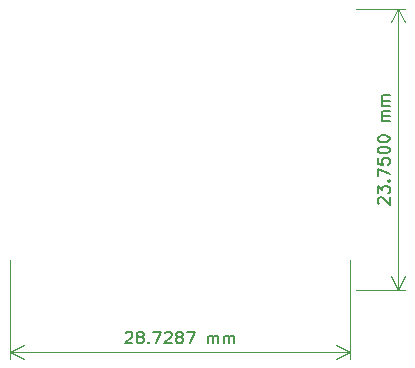
<source format=gbr>
%TF.GenerationSoftware,KiCad,Pcbnew,8.99.0-2194-gb3b7cbcab2*%
%TF.CreationDate,2024-11-16T00:43:09-05:00*%
%TF.ProjectId,minifoc esc,6d696e69-666f-4632-9065-73632e6b6963,V1.0*%
%TF.SameCoordinates,Original*%
%TF.FileFunction,Other,Comment*%
%FSLAX46Y46*%
G04 Gerber Fmt 4.6, Leading zero omitted, Abs format (unit mm)*
G04 Created by KiCad (PCBNEW 8.99.0-2194-gb3b7cbcab2) date 2024-11-16 00:43:09*
%MOMM*%
%LPD*%
G01*
G04 APERTURE LIST*
%ADD10C,0.150000*%
%ADD11C,0.100000*%
G04 APERTURE END LIST*
D10*
X164900057Y-106524046D02*
X164852438Y-106476427D01*
X164852438Y-106476427D02*
X164804819Y-106381189D01*
X164804819Y-106381189D02*
X164804819Y-106143094D01*
X164804819Y-106143094D02*
X164852438Y-106047856D01*
X164852438Y-106047856D02*
X164900057Y-106000237D01*
X164900057Y-106000237D02*
X164995295Y-105952618D01*
X164995295Y-105952618D02*
X165090533Y-105952618D01*
X165090533Y-105952618D02*
X165233390Y-106000237D01*
X165233390Y-106000237D02*
X165804819Y-106571665D01*
X165804819Y-106571665D02*
X165804819Y-105952618D01*
X164804819Y-105619284D02*
X164804819Y-105000237D01*
X164804819Y-105000237D02*
X165185771Y-105333570D01*
X165185771Y-105333570D02*
X165185771Y-105190713D01*
X165185771Y-105190713D02*
X165233390Y-105095475D01*
X165233390Y-105095475D02*
X165281009Y-105047856D01*
X165281009Y-105047856D02*
X165376247Y-105000237D01*
X165376247Y-105000237D02*
X165614342Y-105000237D01*
X165614342Y-105000237D02*
X165709580Y-105047856D01*
X165709580Y-105047856D02*
X165757200Y-105095475D01*
X165757200Y-105095475D02*
X165804819Y-105190713D01*
X165804819Y-105190713D02*
X165804819Y-105476427D01*
X165804819Y-105476427D02*
X165757200Y-105571665D01*
X165757200Y-105571665D02*
X165709580Y-105619284D01*
X165709580Y-104571665D02*
X165757200Y-104524046D01*
X165757200Y-104524046D02*
X165804819Y-104571665D01*
X165804819Y-104571665D02*
X165757200Y-104619284D01*
X165757200Y-104619284D02*
X165709580Y-104571665D01*
X165709580Y-104571665D02*
X165804819Y-104571665D01*
X164804819Y-104190713D02*
X164804819Y-103524047D01*
X164804819Y-103524047D02*
X165804819Y-103952618D01*
X164804819Y-102666904D02*
X164804819Y-103143094D01*
X164804819Y-103143094D02*
X165281009Y-103190713D01*
X165281009Y-103190713D02*
X165233390Y-103143094D01*
X165233390Y-103143094D02*
X165185771Y-103047856D01*
X165185771Y-103047856D02*
X165185771Y-102809761D01*
X165185771Y-102809761D02*
X165233390Y-102714523D01*
X165233390Y-102714523D02*
X165281009Y-102666904D01*
X165281009Y-102666904D02*
X165376247Y-102619285D01*
X165376247Y-102619285D02*
X165614342Y-102619285D01*
X165614342Y-102619285D02*
X165709580Y-102666904D01*
X165709580Y-102666904D02*
X165757200Y-102714523D01*
X165757200Y-102714523D02*
X165804819Y-102809761D01*
X165804819Y-102809761D02*
X165804819Y-103047856D01*
X165804819Y-103047856D02*
X165757200Y-103143094D01*
X165757200Y-103143094D02*
X165709580Y-103190713D01*
X164804819Y-102000237D02*
X164804819Y-101904999D01*
X164804819Y-101904999D02*
X164852438Y-101809761D01*
X164852438Y-101809761D02*
X164900057Y-101762142D01*
X164900057Y-101762142D02*
X164995295Y-101714523D01*
X164995295Y-101714523D02*
X165185771Y-101666904D01*
X165185771Y-101666904D02*
X165423866Y-101666904D01*
X165423866Y-101666904D02*
X165614342Y-101714523D01*
X165614342Y-101714523D02*
X165709580Y-101762142D01*
X165709580Y-101762142D02*
X165757200Y-101809761D01*
X165757200Y-101809761D02*
X165804819Y-101904999D01*
X165804819Y-101904999D02*
X165804819Y-102000237D01*
X165804819Y-102000237D02*
X165757200Y-102095475D01*
X165757200Y-102095475D02*
X165709580Y-102143094D01*
X165709580Y-102143094D02*
X165614342Y-102190713D01*
X165614342Y-102190713D02*
X165423866Y-102238332D01*
X165423866Y-102238332D02*
X165185771Y-102238332D01*
X165185771Y-102238332D02*
X164995295Y-102190713D01*
X164995295Y-102190713D02*
X164900057Y-102143094D01*
X164900057Y-102143094D02*
X164852438Y-102095475D01*
X164852438Y-102095475D02*
X164804819Y-102000237D01*
X164804819Y-101047856D02*
X164804819Y-100952618D01*
X164804819Y-100952618D02*
X164852438Y-100857380D01*
X164852438Y-100857380D02*
X164900057Y-100809761D01*
X164900057Y-100809761D02*
X164995295Y-100762142D01*
X164995295Y-100762142D02*
X165185771Y-100714523D01*
X165185771Y-100714523D02*
X165423866Y-100714523D01*
X165423866Y-100714523D02*
X165614342Y-100762142D01*
X165614342Y-100762142D02*
X165709580Y-100809761D01*
X165709580Y-100809761D02*
X165757200Y-100857380D01*
X165757200Y-100857380D02*
X165804819Y-100952618D01*
X165804819Y-100952618D02*
X165804819Y-101047856D01*
X165804819Y-101047856D02*
X165757200Y-101143094D01*
X165757200Y-101143094D02*
X165709580Y-101190713D01*
X165709580Y-101190713D02*
X165614342Y-101238332D01*
X165614342Y-101238332D02*
X165423866Y-101285951D01*
X165423866Y-101285951D02*
X165185771Y-101285951D01*
X165185771Y-101285951D02*
X164995295Y-101238332D01*
X164995295Y-101238332D02*
X164900057Y-101190713D01*
X164900057Y-101190713D02*
X164852438Y-101143094D01*
X164852438Y-101143094D02*
X164804819Y-101047856D01*
X165804819Y-99524046D02*
X165138152Y-99524046D01*
X165233390Y-99524046D02*
X165185771Y-99476427D01*
X165185771Y-99476427D02*
X165138152Y-99381189D01*
X165138152Y-99381189D02*
X165138152Y-99238332D01*
X165138152Y-99238332D02*
X165185771Y-99143094D01*
X165185771Y-99143094D02*
X165281009Y-99095475D01*
X165281009Y-99095475D02*
X165804819Y-99095475D01*
X165281009Y-99095475D02*
X165185771Y-99047856D01*
X165185771Y-99047856D02*
X165138152Y-98952618D01*
X165138152Y-98952618D02*
X165138152Y-98809761D01*
X165138152Y-98809761D02*
X165185771Y-98714522D01*
X165185771Y-98714522D02*
X165281009Y-98666903D01*
X165281009Y-98666903D02*
X165804819Y-98666903D01*
X165804819Y-98190713D02*
X165138152Y-98190713D01*
X165233390Y-98190713D02*
X165185771Y-98143094D01*
X165185771Y-98143094D02*
X165138152Y-98047856D01*
X165138152Y-98047856D02*
X165138152Y-97904999D01*
X165138152Y-97904999D02*
X165185771Y-97809761D01*
X165185771Y-97809761D02*
X165281009Y-97762142D01*
X165281009Y-97762142D02*
X165804819Y-97762142D01*
X165281009Y-97762142D02*
X165185771Y-97714523D01*
X165185771Y-97714523D02*
X165138152Y-97619285D01*
X165138152Y-97619285D02*
X165138152Y-97476428D01*
X165138152Y-97476428D02*
X165185771Y-97381189D01*
X165185771Y-97381189D02*
X165281009Y-97333570D01*
X165281009Y-97333570D02*
X165804819Y-97333570D01*
D11*
X162940000Y-90030000D02*
X167086420Y-90030000D01*
X167086420Y-113780000D02*
X162940000Y-113780000D01*
X166500000Y-90030000D02*
X166500000Y-113780000D01*
X166500000Y-90030000D02*
X166500000Y-113780000D01*
X166500000Y-90030000D02*
X167086421Y-91156504D01*
X166500000Y-90030000D02*
X165913579Y-91156504D01*
X166500000Y-113780000D02*
X165913579Y-112653496D01*
X166500000Y-113780000D02*
X167086421Y-112653496D01*
X166500000Y-90030000D02*
X166500000Y-113780000D01*
X166500000Y-90030000D02*
X166500000Y-113780000D01*
X166500000Y-90030000D02*
X167086421Y-91156504D01*
X166500000Y-90030000D02*
X165913579Y-91156504D01*
X166500000Y-113780000D02*
X165913579Y-112653496D01*
X166500000Y-113780000D02*
X167086421Y-112653496D01*
D10*
X143456613Y-117430057D02*
X143504232Y-117382438D01*
X143504232Y-117382438D02*
X143599470Y-117334819D01*
X143599470Y-117334819D02*
X143837565Y-117334819D01*
X143837565Y-117334819D02*
X143932803Y-117382438D01*
X143932803Y-117382438D02*
X143980422Y-117430057D01*
X143980422Y-117430057D02*
X144028041Y-117525295D01*
X144028041Y-117525295D02*
X144028041Y-117620533D01*
X144028041Y-117620533D02*
X143980422Y-117763390D01*
X143980422Y-117763390D02*
X143408994Y-118334819D01*
X143408994Y-118334819D02*
X144028041Y-118334819D01*
X144599470Y-117763390D02*
X144504232Y-117715771D01*
X144504232Y-117715771D02*
X144456613Y-117668152D01*
X144456613Y-117668152D02*
X144408994Y-117572914D01*
X144408994Y-117572914D02*
X144408994Y-117525295D01*
X144408994Y-117525295D02*
X144456613Y-117430057D01*
X144456613Y-117430057D02*
X144504232Y-117382438D01*
X144504232Y-117382438D02*
X144599470Y-117334819D01*
X144599470Y-117334819D02*
X144789946Y-117334819D01*
X144789946Y-117334819D02*
X144885184Y-117382438D01*
X144885184Y-117382438D02*
X144932803Y-117430057D01*
X144932803Y-117430057D02*
X144980422Y-117525295D01*
X144980422Y-117525295D02*
X144980422Y-117572914D01*
X144980422Y-117572914D02*
X144932803Y-117668152D01*
X144932803Y-117668152D02*
X144885184Y-117715771D01*
X144885184Y-117715771D02*
X144789946Y-117763390D01*
X144789946Y-117763390D02*
X144599470Y-117763390D01*
X144599470Y-117763390D02*
X144504232Y-117811009D01*
X144504232Y-117811009D02*
X144456613Y-117858628D01*
X144456613Y-117858628D02*
X144408994Y-117953866D01*
X144408994Y-117953866D02*
X144408994Y-118144342D01*
X144408994Y-118144342D02*
X144456613Y-118239580D01*
X144456613Y-118239580D02*
X144504232Y-118287200D01*
X144504232Y-118287200D02*
X144599470Y-118334819D01*
X144599470Y-118334819D02*
X144789946Y-118334819D01*
X144789946Y-118334819D02*
X144885184Y-118287200D01*
X144885184Y-118287200D02*
X144932803Y-118239580D01*
X144932803Y-118239580D02*
X144980422Y-118144342D01*
X144980422Y-118144342D02*
X144980422Y-117953866D01*
X144980422Y-117953866D02*
X144932803Y-117858628D01*
X144932803Y-117858628D02*
X144885184Y-117811009D01*
X144885184Y-117811009D02*
X144789946Y-117763390D01*
X145408994Y-118239580D02*
X145456613Y-118287200D01*
X145456613Y-118287200D02*
X145408994Y-118334819D01*
X145408994Y-118334819D02*
X145361375Y-118287200D01*
X145361375Y-118287200D02*
X145408994Y-118239580D01*
X145408994Y-118239580D02*
X145408994Y-118334819D01*
X145789946Y-117334819D02*
X146456612Y-117334819D01*
X146456612Y-117334819D02*
X146028041Y-118334819D01*
X146789946Y-117430057D02*
X146837565Y-117382438D01*
X146837565Y-117382438D02*
X146932803Y-117334819D01*
X146932803Y-117334819D02*
X147170898Y-117334819D01*
X147170898Y-117334819D02*
X147266136Y-117382438D01*
X147266136Y-117382438D02*
X147313755Y-117430057D01*
X147313755Y-117430057D02*
X147361374Y-117525295D01*
X147361374Y-117525295D02*
X147361374Y-117620533D01*
X147361374Y-117620533D02*
X147313755Y-117763390D01*
X147313755Y-117763390D02*
X146742327Y-118334819D01*
X146742327Y-118334819D02*
X147361374Y-118334819D01*
X147932803Y-117763390D02*
X147837565Y-117715771D01*
X147837565Y-117715771D02*
X147789946Y-117668152D01*
X147789946Y-117668152D02*
X147742327Y-117572914D01*
X147742327Y-117572914D02*
X147742327Y-117525295D01*
X147742327Y-117525295D02*
X147789946Y-117430057D01*
X147789946Y-117430057D02*
X147837565Y-117382438D01*
X147837565Y-117382438D02*
X147932803Y-117334819D01*
X147932803Y-117334819D02*
X148123279Y-117334819D01*
X148123279Y-117334819D02*
X148218517Y-117382438D01*
X148218517Y-117382438D02*
X148266136Y-117430057D01*
X148266136Y-117430057D02*
X148313755Y-117525295D01*
X148313755Y-117525295D02*
X148313755Y-117572914D01*
X148313755Y-117572914D02*
X148266136Y-117668152D01*
X148266136Y-117668152D02*
X148218517Y-117715771D01*
X148218517Y-117715771D02*
X148123279Y-117763390D01*
X148123279Y-117763390D02*
X147932803Y-117763390D01*
X147932803Y-117763390D02*
X147837565Y-117811009D01*
X147837565Y-117811009D02*
X147789946Y-117858628D01*
X147789946Y-117858628D02*
X147742327Y-117953866D01*
X147742327Y-117953866D02*
X147742327Y-118144342D01*
X147742327Y-118144342D02*
X147789946Y-118239580D01*
X147789946Y-118239580D02*
X147837565Y-118287200D01*
X147837565Y-118287200D02*
X147932803Y-118334819D01*
X147932803Y-118334819D02*
X148123279Y-118334819D01*
X148123279Y-118334819D02*
X148218517Y-118287200D01*
X148218517Y-118287200D02*
X148266136Y-118239580D01*
X148266136Y-118239580D02*
X148313755Y-118144342D01*
X148313755Y-118144342D02*
X148313755Y-117953866D01*
X148313755Y-117953866D02*
X148266136Y-117858628D01*
X148266136Y-117858628D02*
X148218517Y-117811009D01*
X148218517Y-117811009D02*
X148123279Y-117763390D01*
X148647089Y-117334819D02*
X149313755Y-117334819D01*
X149313755Y-117334819D02*
X148885184Y-118334819D01*
X150456613Y-118334819D02*
X150456613Y-117668152D01*
X150456613Y-117763390D02*
X150504232Y-117715771D01*
X150504232Y-117715771D02*
X150599470Y-117668152D01*
X150599470Y-117668152D02*
X150742327Y-117668152D01*
X150742327Y-117668152D02*
X150837565Y-117715771D01*
X150837565Y-117715771D02*
X150885184Y-117811009D01*
X150885184Y-117811009D02*
X150885184Y-118334819D01*
X150885184Y-117811009D02*
X150932803Y-117715771D01*
X150932803Y-117715771D02*
X151028041Y-117668152D01*
X151028041Y-117668152D02*
X151170898Y-117668152D01*
X151170898Y-117668152D02*
X151266137Y-117715771D01*
X151266137Y-117715771D02*
X151313756Y-117811009D01*
X151313756Y-117811009D02*
X151313756Y-118334819D01*
X151789946Y-118334819D02*
X151789946Y-117668152D01*
X151789946Y-117763390D02*
X151837565Y-117715771D01*
X151837565Y-117715771D02*
X151932803Y-117668152D01*
X151932803Y-117668152D02*
X152075660Y-117668152D01*
X152075660Y-117668152D02*
X152170898Y-117715771D01*
X152170898Y-117715771D02*
X152218517Y-117811009D01*
X152218517Y-117811009D02*
X152218517Y-118334819D01*
X152218517Y-117811009D02*
X152266136Y-117715771D01*
X152266136Y-117715771D02*
X152361374Y-117668152D01*
X152361374Y-117668152D02*
X152504231Y-117668152D01*
X152504231Y-117668152D02*
X152599470Y-117715771D01*
X152599470Y-117715771D02*
X152647089Y-117811009D01*
X152647089Y-117811009D02*
X152647089Y-118334819D01*
D11*
X133711320Y-111280000D02*
X133711320Y-119616420D01*
X162440000Y-119616420D02*
X162440000Y-111280000D01*
X133711320Y-119030000D02*
X162440000Y-119030000D01*
X133711320Y-119030000D02*
X162440000Y-119030000D01*
X133711320Y-119030000D02*
X134837824Y-118443579D01*
X133711320Y-119030000D02*
X134837824Y-119616421D01*
X162440000Y-119030000D02*
X161313496Y-119616421D01*
X162440000Y-119030000D02*
X161313496Y-118443579D01*
X133711320Y-119030000D02*
X162440000Y-119030000D01*
X133711320Y-119030000D02*
X162440000Y-119030000D01*
X133711320Y-119030000D02*
X134837824Y-118443579D01*
X133711320Y-119030000D02*
X134837824Y-119616421D01*
X162440000Y-119030000D02*
X161313496Y-119616421D01*
X162440000Y-119030000D02*
X161313496Y-118443579D01*
M02*

</source>
